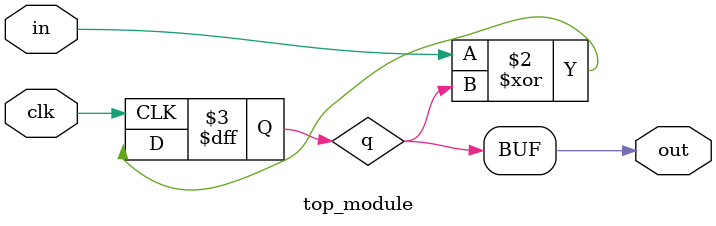
<source format=v>
module top_module (
    input clk,
    input in, 
    output out);
    
    reg q;

    always@(posedge clk)
        begin 
            q<=in^q;
        end 
        
    assign out=q;
            
endmodule

</source>
